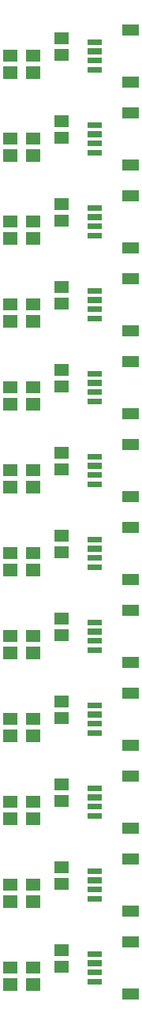
<source format=gbr>
G04 start of page 11 for group -4015 idx -4015 *
G04 Title: (unknown), toppaste *
G04 Creator: pcb 4.0.2 *
G04 CreationDate: Mon Jan 22 00:33:22 2024 UTC *
G04 For: railfan *
G04 Format: Gerber/RS-274X *
G04 PCB-Dimensions (mil): 3000.00 5500.00 *
G04 PCB-Coordinate-Origin: lower left *
%MOIN*%
%FSLAX25Y25*%
%LNTOPPASTE*%
%ADD38C,0.0001*%
G54D38*G36*
X82548Y78016D02*Y72898D01*
X88452D01*
Y78016D01*
X82548D01*
G37*
G36*
Y85102D02*Y79984D01*
X88452D01*
Y85102D01*
X82548D01*
G37*
G36*
X92048Y78016D02*Y72898D01*
X97952D01*
Y78016D01*
X92048D01*
G37*
G36*
Y85102D02*Y79984D01*
X97952D01*
Y85102D01*
X92048D01*
G37*
G36*
X104048Y92602D02*Y87484D01*
X109952D01*
Y92602D01*
X104048D01*
G37*
G36*
Y85516D02*Y80398D01*
X109952D01*
Y85516D01*
X104048D01*
G37*
G36*
X117949Y77775D02*Y75413D01*
X124051D01*
Y77775D01*
X117949D01*
G37*
G36*
Y81712D02*Y79350D01*
X124051D01*
Y81712D01*
X117949D01*
G37*
G36*
Y85650D02*Y83288D01*
X124051D01*
Y85650D01*
X117949D01*
G37*
G36*
Y89587D02*Y87225D01*
X124051D01*
Y89587D01*
X117949D01*
G37*
G36*
X132713Y73838D02*Y69114D01*
X139799D01*
Y73838D01*
X132713D01*
G37*
G36*
Y95886D02*Y91162D01*
X139799D01*
Y95886D01*
X132713D01*
G37*
G36*
X82548Y113016D02*Y107898D01*
X88452D01*
Y113016D01*
X82548D01*
G37*
G36*
Y120102D02*Y114984D01*
X88452D01*
Y120102D01*
X82548D01*
G37*
G36*
X92048Y113016D02*Y107898D01*
X97952D01*
Y113016D01*
X92048D01*
G37*
G36*
Y120102D02*Y114984D01*
X97952D01*
Y120102D01*
X92048D01*
G37*
G36*
X104048Y127602D02*Y122484D01*
X109952D01*
Y127602D01*
X104048D01*
G37*
G36*
Y120516D02*Y115398D01*
X109952D01*
Y120516D01*
X104048D01*
G37*
G36*
X117949Y112775D02*Y110413D01*
X124051D01*
Y112775D01*
X117949D01*
G37*
G36*
Y116712D02*Y114350D01*
X124051D01*
Y116712D01*
X117949D01*
G37*
G36*
Y120650D02*Y118288D01*
X124051D01*
Y120650D01*
X117949D01*
G37*
G36*
Y124587D02*Y122225D01*
X124051D01*
Y124587D01*
X117949D01*
G37*
G36*
X132713Y108838D02*Y104114D01*
X139799D01*
Y108838D01*
X132713D01*
G37*
G36*
Y130886D02*Y126162D01*
X139799D01*
Y130886D01*
X132713D01*
G37*
G36*
X82548Y148016D02*Y142898D01*
X88452D01*
Y148016D01*
X82548D01*
G37*
G36*
Y155102D02*Y149984D01*
X88452D01*
Y155102D01*
X82548D01*
G37*
G36*
X92048Y148016D02*Y142898D01*
X97952D01*
Y148016D01*
X92048D01*
G37*
G36*
Y155102D02*Y149984D01*
X97952D01*
Y155102D01*
X92048D01*
G37*
G36*
X104048Y162602D02*Y157484D01*
X109952D01*
Y162602D01*
X104048D01*
G37*
G36*
Y155516D02*Y150398D01*
X109952D01*
Y155516D01*
X104048D01*
G37*
G36*
X117949Y147775D02*Y145413D01*
X124051D01*
Y147775D01*
X117949D01*
G37*
G36*
Y151712D02*Y149350D01*
X124051D01*
Y151712D01*
X117949D01*
G37*
G36*
Y155650D02*Y153288D01*
X124051D01*
Y155650D01*
X117949D01*
G37*
G36*
Y159587D02*Y157225D01*
X124051D01*
Y159587D01*
X117949D01*
G37*
G36*
X132713Y143838D02*Y139114D01*
X139799D01*
Y143838D01*
X132713D01*
G37*
G36*
Y165886D02*Y161162D01*
X139799D01*
Y165886D01*
X132713D01*
G37*
G36*
X82548Y183016D02*Y177898D01*
X88452D01*
Y183016D01*
X82548D01*
G37*
G36*
Y190102D02*Y184984D01*
X88452D01*
Y190102D01*
X82548D01*
G37*
G36*
X92048Y183016D02*Y177898D01*
X97952D01*
Y183016D01*
X92048D01*
G37*
G36*
Y190102D02*Y184984D01*
X97952D01*
Y190102D01*
X92048D01*
G37*
G36*
X104048Y197602D02*Y192484D01*
X109952D01*
Y197602D01*
X104048D01*
G37*
G36*
Y190516D02*Y185398D01*
X109952D01*
Y190516D01*
X104048D01*
G37*
G36*
X117949Y182775D02*Y180413D01*
X124051D01*
Y182775D01*
X117949D01*
G37*
G36*
Y186712D02*Y184350D01*
X124051D01*
Y186712D01*
X117949D01*
G37*
G36*
Y190650D02*Y188288D01*
X124051D01*
Y190650D01*
X117949D01*
G37*
G36*
Y194587D02*Y192225D01*
X124051D01*
Y194587D01*
X117949D01*
G37*
G36*
X132713Y178838D02*Y174114D01*
X139799D01*
Y178838D01*
X132713D01*
G37*
G36*
Y200886D02*Y196162D01*
X139799D01*
Y200886D01*
X132713D01*
G37*
G36*
X82548Y218016D02*Y212898D01*
X88452D01*
Y218016D01*
X82548D01*
G37*
G36*
Y225102D02*Y219984D01*
X88452D01*
Y225102D01*
X82548D01*
G37*
G36*
X92048Y218016D02*Y212898D01*
X97952D01*
Y218016D01*
X92048D01*
G37*
G36*
Y225102D02*Y219984D01*
X97952D01*
Y225102D01*
X92048D01*
G37*
G36*
X104048Y232602D02*Y227484D01*
X109952D01*
Y232602D01*
X104048D01*
G37*
G36*
Y225516D02*Y220398D01*
X109952D01*
Y225516D01*
X104048D01*
G37*
G36*
X117949Y217775D02*Y215413D01*
X124051D01*
Y217775D01*
X117949D01*
G37*
G36*
Y221712D02*Y219350D01*
X124051D01*
Y221712D01*
X117949D01*
G37*
G36*
Y225650D02*Y223288D01*
X124051D01*
Y225650D01*
X117949D01*
G37*
G36*
Y229587D02*Y227225D01*
X124051D01*
Y229587D01*
X117949D01*
G37*
G36*
X132713Y213838D02*Y209114D01*
X139799D01*
Y213838D01*
X132713D01*
G37*
G36*
Y235886D02*Y231162D01*
X139799D01*
Y235886D01*
X132713D01*
G37*
G36*
X82548Y253016D02*Y247898D01*
X88452D01*
Y253016D01*
X82548D01*
G37*
G36*
Y260102D02*Y254984D01*
X88452D01*
Y260102D01*
X82548D01*
G37*
G36*
X92048Y253016D02*Y247898D01*
X97952D01*
Y253016D01*
X92048D01*
G37*
G36*
Y260102D02*Y254984D01*
X97952D01*
Y260102D01*
X92048D01*
G37*
G36*
X104048Y267602D02*Y262484D01*
X109952D01*
Y267602D01*
X104048D01*
G37*
G36*
Y260516D02*Y255398D01*
X109952D01*
Y260516D01*
X104048D01*
G37*
G36*
X117949Y252775D02*Y250413D01*
X124051D01*
Y252775D01*
X117949D01*
G37*
G36*
Y256712D02*Y254350D01*
X124051D01*
Y256712D01*
X117949D01*
G37*
G36*
Y260650D02*Y258288D01*
X124051D01*
Y260650D01*
X117949D01*
G37*
G36*
Y264587D02*Y262225D01*
X124051D01*
Y264587D01*
X117949D01*
G37*
G36*
X132713Y248838D02*Y244114D01*
X139799D01*
Y248838D01*
X132713D01*
G37*
G36*
Y270886D02*Y266162D01*
X139799D01*
Y270886D01*
X132713D01*
G37*
G36*
X82548Y288016D02*Y282898D01*
X88452D01*
Y288016D01*
X82548D01*
G37*
G36*
Y295102D02*Y289984D01*
X88452D01*
Y295102D01*
X82548D01*
G37*
G36*
X92048Y288016D02*Y282898D01*
X97952D01*
Y288016D01*
X92048D01*
G37*
G36*
Y295102D02*Y289984D01*
X97952D01*
Y295102D01*
X92048D01*
G37*
G36*
X104048Y302602D02*Y297484D01*
X109952D01*
Y302602D01*
X104048D01*
G37*
G36*
Y295516D02*Y290398D01*
X109952D01*
Y295516D01*
X104048D01*
G37*
G36*
X117949Y287775D02*Y285413D01*
X124051D01*
Y287775D01*
X117949D01*
G37*
G36*
Y291712D02*Y289350D01*
X124051D01*
Y291712D01*
X117949D01*
G37*
G36*
Y295650D02*Y293288D01*
X124051D01*
Y295650D01*
X117949D01*
G37*
G36*
Y299587D02*Y297225D01*
X124051D01*
Y299587D01*
X117949D01*
G37*
G36*
X132713Y283838D02*Y279114D01*
X139799D01*
Y283838D01*
X132713D01*
G37*
G36*
Y305886D02*Y301162D01*
X139799D01*
Y305886D01*
X132713D01*
G37*
G36*
X82548Y323016D02*Y317898D01*
X88452D01*
Y323016D01*
X82548D01*
G37*
G36*
Y330102D02*Y324984D01*
X88452D01*
Y330102D01*
X82548D01*
G37*
G36*
X92048Y323016D02*Y317898D01*
X97952D01*
Y323016D01*
X92048D01*
G37*
G36*
Y330102D02*Y324984D01*
X97952D01*
Y330102D01*
X92048D01*
G37*
G36*
X104048Y337602D02*Y332484D01*
X109952D01*
Y337602D01*
X104048D01*
G37*
G36*
Y330516D02*Y325398D01*
X109952D01*
Y330516D01*
X104048D01*
G37*
G36*
X117949Y322775D02*Y320413D01*
X124051D01*
Y322775D01*
X117949D01*
G37*
G36*
Y326712D02*Y324350D01*
X124051D01*
Y326712D01*
X117949D01*
G37*
G36*
Y330650D02*Y328288D01*
X124051D01*
Y330650D01*
X117949D01*
G37*
G36*
Y334587D02*Y332225D01*
X124051D01*
Y334587D01*
X117949D01*
G37*
G36*
X132713Y318838D02*Y314114D01*
X139799D01*
Y318838D01*
X132713D01*
G37*
G36*
Y340886D02*Y336162D01*
X139799D01*
Y340886D01*
X132713D01*
G37*
G36*
X82548Y358016D02*Y352898D01*
X88452D01*
Y358016D01*
X82548D01*
G37*
G36*
Y365102D02*Y359984D01*
X88452D01*
Y365102D01*
X82548D01*
G37*
G36*
X92048Y358016D02*Y352898D01*
X97952D01*
Y358016D01*
X92048D01*
G37*
G36*
Y365102D02*Y359984D01*
X97952D01*
Y365102D01*
X92048D01*
G37*
G36*
X104048Y372602D02*Y367484D01*
X109952D01*
Y372602D01*
X104048D01*
G37*
G36*
Y365516D02*Y360398D01*
X109952D01*
Y365516D01*
X104048D01*
G37*
G36*
X117949Y357775D02*Y355413D01*
X124051D01*
Y357775D01*
X117949D01*
G37*
G36*
Y361712D02*Y359350D01*
X124051D01*
Y361712D01*
X117949D01*
G37*
G36*
Y365650D02*Y363288D01*
X124051D01*
Y365650D01*
X117949D01*
G37*
G36*
Y369587D02*Y367225D01*
X124051D01*
Y369587D01*
X117949D01*
G37*
G36*
X132713Y353838D02*Y349114D01*
X139799D01*
Y353838D01*
X132713D01*
G37*
G36*
Y375886D02*Y371162D01*
X139799D01*
Y375886D01*
X132713D01*
G37*
G36*
X82548Y393016D02*Y387898D01*
X88452D01*
Y393016D01*
X82548D01*
G37*
G36*
Y400102D02*Y394984D01*
X88452D01*
Y400102D01*
X82548D01*
G37*
G36*
X92048Y393016D02*Y387898D01*
X97952D01*
Y393016D01*
X92048D01*
G37*
G36*
Y400102D02*Y394984D01*
X97952D01*
Y400102D01*
X92048D01*
G37*
G36*
X104048Y407602D02*Y402484D01*
X109952D01*
Y407602D01*
X104048D01*
G37*
G36*
Y400516D02*Y395398D01*
X109952D01*
Y400516D01*
X104048D01*
G37*
G36*
X117949Y392775D02*Y390413D01*
X124051D01*
Y392775D01*
X117949D01*
G37*
G36*
Y396712D02*Y394350D01*
X124051D01*
Y396712D01*
X117949D01*
G37*
G36*
Y400650D02*Y398288D01*
X124051D01*
Y400650D01*
X117949D01*
G37*
G36*
Y404587D02*Y402225D01*
X124051D01*
Y404587D01*
X117949D01*
G37*
G36*
X132713Y388838D02*Y384114D01*
X139799D01*
Y388838D01*
X132713D01*
G37*
G36*
Y410886D02*Y406162D01*
X139799D01*
Y410886D01*
X132713D01*
G37*
G36*
X82548Y428016D02*Y422898D01*
X88452D01*
Y428016D01*
X82548D01*
G37*
G36*
Y435102D02*Y429984D01*
X88452D01*
Y435102D01*
X82548D01*
G37*
G36*
X92048Y428016D02*Y422898D01*
X97952D01*
Y428016D01*
X92048D01*
G37*
G36*
Y435102D02*Y429984D01*
X97952D01*
Y435102D01*
X92048D01*
G37*
G36*
X104048Y442602D02*Y437484D01*
X109952D01*
Y442602D01*
X104048D01*
G37*
G36*
Y435516D02*Y430398D01*
X109952D01*
Y435516D01*
X104048D01*
G37*
G36*
X117949Y427775D02*Y425413D01*
X124051D01*
Y427775D01*
X117949D01*
G37*
G36*
Y431712D02*Y429350D01*
X124051D01*
Y431712D01*
X117949D01*
G37*
G36*
Y435650D02*Y433288D01*
X124051D01*
Y435650D01*
X117949D01*
G37*
G36*
Y439587D02*Y437225D01*
X124051D01*
Y439587D01*
X117949D01*
G37*
G36*
X132713Y423838D02*Y419114D01*
X139799D01*
Y423838D01*
X132713D01*
G37*
G36*
Y445886D02*Y441162D01*
X139799D01*
Y445886D01*
X132713D01*
G37*
G36*
X82548Y463016D02*Y457898D01*
X88452D01*
Y463016D01*
X82548D01*
G37*
G36*
Y470102D02*Y464984D01*
X88452D01*
Y470102D01*
X82548D01*
G37*
G36*
X92048Y463016D02*Y457898D01*
X97952D01*
Y463016D01*
X92048D01*
G37*
G36*
Y470102D02*Y464984D01*
X97952D01*
Y470102D01*
X92048D01*
G37*
G36*
X104048Y477602D02*Y472484D01*
X109952D01*
Y477602D01*
X104048D01*
G37*
G36*
Y470516D02*Y465398D01*
X109952D01*
Y470516D01*
X104048D01*
G37*
G36*
X117949Y462775D02*Y460413D01*
X124051D01*
Y462775D01*
X117949D01*
G37*
G36*
Y466712D02*Y464350D01*
X124051D01*
Y466712D01*
X117949D01*
G37*
G36*
Y470650D02*Y468288D01*
X124051D01*
Y470650D01*
X117949D01*
G37*
G36*
Y474587D02*Y472225D01*
X124051D01*
Y474587D01*
X117949D01*
G37*
G36*
X132713Y458838D02*Y454114D01*
X139799D01*
Y458838D01*
X132713D01*
G37*
G36*
Y480886D02*Y476162D01*
X139799D01*
Y480886D01*
X132713D01*
G37*
M02*

</source>
